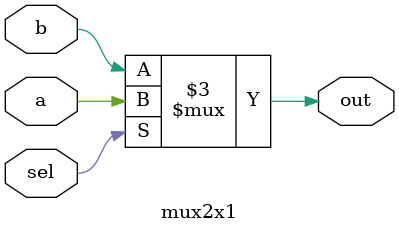
<source format=v>
module mux2x1 ( a, b, sel, out );

   // Inputs and outputs
   input  a, b, sel;
   output out;

   // Data types
   wire a, b, sel;
   reg  out;

   always @ (a or b or sel) begin
      if (sel) begin
         out = a;
      end
      else begin
         out = b;
      end
   end

endmodule

</source>
